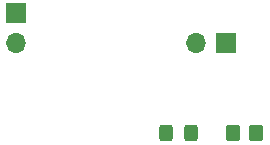
<source format=gbr>
%TF.GenerationSoftware,KiCad,Pcbnew,7.0.8*%
%TF.CreationDate,2024-04-30T13:20:46-05:00*%
%TF.ProjectId,me433_board,6d653433-335f-4626-9f61-72642e6b6963,rev?*%
%TF.SameCoordinates,Original*%
%TF.FileFunction,Soldermask,Top*%
%TF.FilePolarity,Negative*%
%FSLAX46Y46*%
G04 Gerber Fmt 4.6, Leading zero omitted, Abs format (unit mm)*
G04 Created by KiCad (PCBNEW 7.0.8) date 2024-04-30 13:20:46*
%MOMM*%
%LPD*%
G01*
G04 APERTURE LIST*
G04 Aperture macros list*
%AMRoundRect*
0 Rectangle with rounded corners*
0 $1 Rounding radius*
0 $2 $3 $4 $5 $6 $7 $8 $9 X,Y pos of 4 corners*
0 Add a 4 corners polygon primitive as box body*
4,1,4,$2,$3,$4,$5,$6,$7,$8,$9,$2,$3,0*
0 Add four circle primitives for the rounded corners*
1,1,$1+$1,$2,$3*
1,1,$1+$1,$4,$5*
1,1,$1+$1,$6,$7*
1,1,$1+$1,$8,$9*
0 Add four rect primitives between the rounded corners*
20,1,$1+$1,$2,$3,$4,$5,0*
20,1,$1+$1,$4,$5,$6,$7,0*
20,1,$1+$1,$6,$7,$8,$9,0*
20,1,$1+$1,$8,$9,$2,$3,0*%
G04 Aperture macros list end*
%ADD10R,1.700000X1.700000*%
%ADD11O,1.700000X1.700000*%
%ADD12RoundRect,0.250000X-0.350000X-0.450000X0.350000X-0.450000X0.350000X0.450000X-0.350000X0.450000X0*%
%ADD13RoundRect,0.250000X-0.325000X-0.450000X0.325000X-0.450000X0.325000X0.450000X-0.325000X0.450000X0*%
G04 APERTURE END LIST*
D10*
%TO.C,J2*%
X147320000Y-78740000D03*
D11*
X147320000Y-81280000D03*
%TD*%
D10*
%TO.C,J1*%
X165100000Y-81280000D03*
D11*
X162560000Y-81280000D03*
%TD*%
D12*
%TO.C,R1*%
X165640000Y-88900000D03*
X167640000Y-88900000D03*
%TD*%
D13*
%TO.C,D1*%
X160020000Y-88900000D03*
X162070000Y-88900000D03*
%TD*%
M02*

</source>
